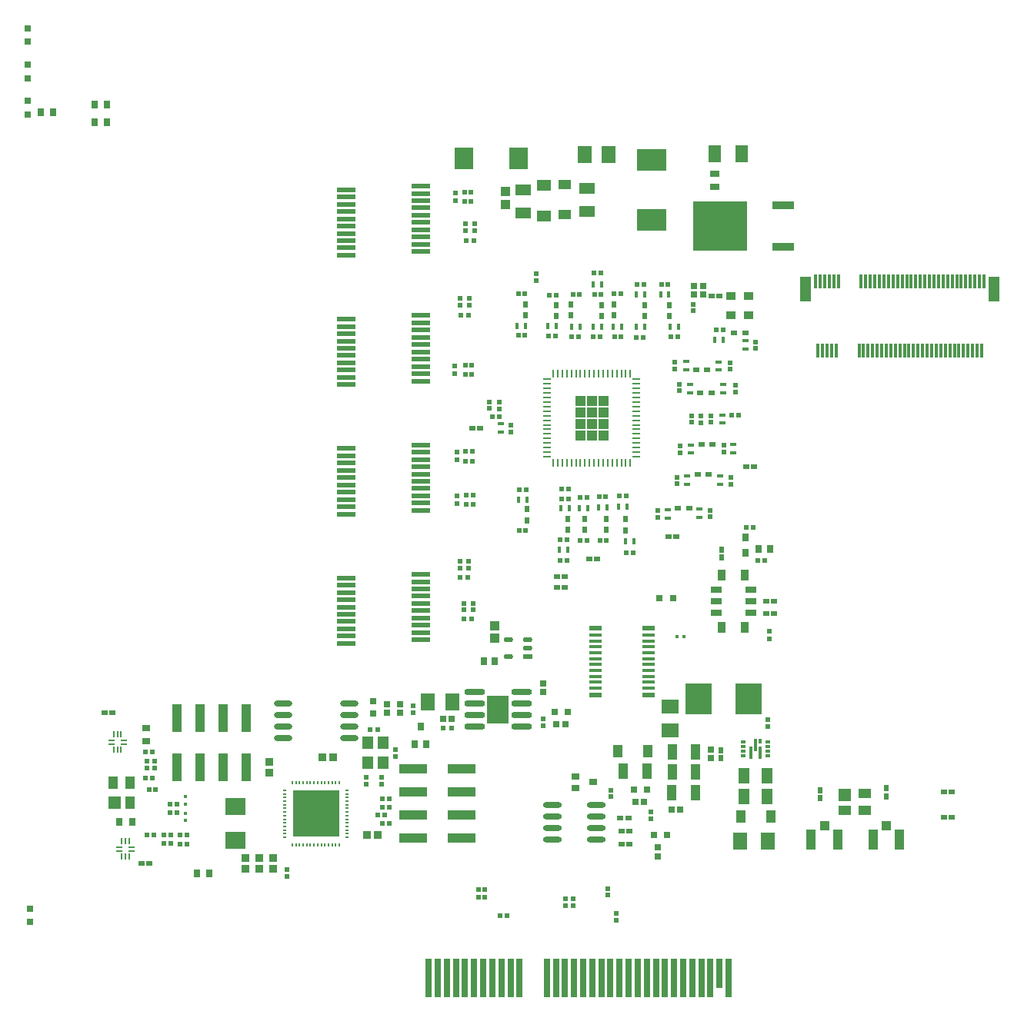
<source format=gbr>
G04*
G04 #@! TF.GenerationSoftware,Altium Limited,Altium Designer,23.7.1 (13)*
G04*
G04 Layer_Color=8421504*
%FSLAX25Y25*%
%MOIN*%
G70*
G04*
G04 #@! TF.SameCoordinates,E44608C4-6370-4D0E-AFC6-BBC59DA78F3B*
G04*
G04*
G04 #@! TF.FilePolarity,Positive*
G04*
G01*
G75*
%ADD18R,0.02254X0.02423*%
%ADD19R,0.01772X0.01772*%
%ADD20R,0.02559X0.02362*%
%ADD21R,0.09488X0.12205*%
%ADD22O,0.09055X0.02756*%
%ADD23R,0.01968X0.02165*%
%ADD24R,0.03150X0.03740*%
%ADD25R,0.02165X0.01968*%
%ADD26R,0.01772X0.01772*%
%ADD27R,0.02362X0.02165*%
%ADD28R,0.02165X0.02362*%
%ADD29O,0.07874X0.02756*%
%ADD30R,0.20472X0.20472*%
%ADD31O,0.00787X0.01968*%
%ADD32O,0.01968X0.00787*%
%ADD33R,0.09000X0.07301*%
%ADD34R,0.01181X0.06102*%
%ADD35R,0.04724X0.10827*%
%ADD36R,0.07874X0.01968*%
%ADD37R,0.02288X0.02016*%
%ADD38R,0.02016X0.02288*%
%ADD39R,0.03937X0.04134*%
%ADD40R,0.04134X0.08661*%
%ADD41R,0.05512X0.05512*%
%ADD42R,0.05512X0.03937*%
%ADD43R,0.02362X0.02559*%
%ADD44O,0.08071X0.02362*%
%ADD45R,0.03200X0.01000*%
%ADD46R,0.01000X0.03200*%
%ADD47R,0.06299X0.04921*%
%ADD48R,0.02657X0.02362*%
%ADD49R,0.02657X0.01772*%
%ADD50R,0.03543X0.02756*%
%ADD51R,0.04349X0.06717*%
%ADD52R,0.02816X0.02648*%
%ADD53R,0.02756X0.02756*%
%ADD54R,0.05315X0.02362*%
%ADD55R,0.05315X0.01575*%
%ADD56R,0.23300X0.21700*%
%ADD57R,0.09800X0.03700*%
%ADD58R,0.07835X0.09173*%
%ADD59R,0.05315X0.04331*%
%ADD60R,0.06717X0.04546*%
%ADD61R,0.12992X0.09449*%
%ADD62R,0.05709X0.07480*%
%ADD63R,0.05906X0.07284*%
%ADD64R,0.03937X0.02835*%
%ADD65R,0.04331X0.04134*%
%ADD66R,0.03563X0.03568*%
%ADD67R,0.03937X0.12205*%
%ADD68R,0.05512X0.05512*%
%ADD69R,0.03937X0.05512*%
%ADD70R,0.02756X0.02559*%
%ADD71R,0.02165X0.02165*%
%ADD72R,0.11811X0.13780*%
%ADD73R,0.02559X0.02756*%
%ADD74R,0.04921X0.02559*%
%ADD75R,0.03347X0.04921*%
%ADD76R,0.02648X0.02816*%
%ADD77R,0.02648X0.02911*%
%ADD78R,0.02756X0.02756*%
%ADD79R,0.03150X0.03150*%
%ADD80R,0.07284X0.05906*%
%ADD81R,0.04331X0.05315*%
%ADD82R,0.02911X0.02648*%
%ADD83R,0.05924X0.07505*%
%ADD84R,0.04546X0.06717*%
%ADD85R,0.02648X0.02631*%
%ADD86R,0.01378X0.02362*%
%ADD87R,0.01378X0.05512*%
%ADD88R,0.02362X0.01378*%
%ADD89R,0.02362X0.02657*%
%ADD90R,0.01772X0.02657*%
%ADD91R,0.03937X0.03543*%
%ADD92R,0.02756X0.03740*%
%ADD93R,0.02123X0.01860*%
%ADD94R,0.02985X0.03197*%
%ADD95R,0.03568X0.03563*%
%ADD96R,0.03543X0.02756*%
%ADD97R,0.02756X0.03543*%
%ADD98R,0.04724X0.05512*%
%ADD99R,0.02047X0.02047*%
%ADD100R,0.02047X0.02047*%
%ADD101R,0.12205X0.03937*%
G04:AMPARAMS|DCode=102|XSize=40.88mil|YSize=20.95mil|CornerRadius=10.48mil|HoleSize=0mil|Usage=FLASHONLY|Rotation=180.000|XOffset=0mil|YOffset=0mil|HoleType=Round|Shape=RoundedRectangle|*
%AMROUNDEDRECTD102*
21,1,0.04088,0.00000,0,0,180.0*
21,1,0.01993,0.02095,0,0,180.0*
1,1,0.02095,-0.00996,0.00000*
1,1,0.02095,0.00996,0.00000*
1,1,0.02095,0.00996,0.00000*
1,1,0.02095,-0.00996,0.00000*
%
%ADD102ROUNDEDRECTD102*%
%ADD103R,0.04088X0.02095*%
%ADD104R,0.02953X0.03347*%
%ADD105R,0.03150X0.03150*%
%ADD106R,0.00800X0.02800*%
%ADD107R,0.02800X0.00800*%
%ADD108R,0.02756X0.03543*%
%ADD109R,0.02800X0.16500*%
%ADD110R,0.02800X0.12600*%
G36*
X227939Y-163388D02*
X223726D01*
Y-159175D01*
X227939D01*
Y-163388D01*
D02*
G37*
G36*
X222939D02*
X218726D01*
Y-159175D01*
X222939D01*
Y-163388D01*
D02*
G37*
G36*
X217939D02*
X213726D01*
Y-159175D01*
X217939D01*
Y-163388D01*
D02*
G37*
G36*
X227939Y-168388D02*
X223726D01*
Y-164175D01*
X227939D01*
Y-168388D01*
D02*
G37*
G36*
X222939D02*
X218726D01*
Y-164175D01*
X222939D01*
Y-168388D01*
D02*
G37*
G36*
X217939D02*
X213726D01*
Y-164175D01*
X217939D01*
Y-168388D01*
D02*
G37*
G36*
X227939Y-153388D02*
X223726D01*
Y-149175D01*
X227939D01*
Y-153388D01*
D02*
G37*
G36*
X222939D02*
X218726D01*
Y-149175D01*
X222939D01*
Y-153388D01*
D02*
G37*
G36*
X217939D02*
X213726D01*
Y-149175D01*
X217939D01*
Y-153388D01*
D02*
G37*
G36*
X227939Y-158388D02*
X223726D01*
Y-154175D01*
X227939D01*
Y-158388D01*
D02*
G37*
G36*
X222939D02*
X218726D01*
Y-154175D01*
X222939D01*
Y-158388D01*
D02*
G37*
G36*
X217939D02*
X213726D01*
Y-154175D01*
X217939D01*
Y-158388D01*
D02*
G37*
D18*
X297888Y-251092D02*
D03*
Y-254466D02*
D03*
D19*
X260888Y-253429D02*
D03*
X257739D02*
D03*
D20*
X172455Y-163207D02*
D03*
X169108D02*
D03*
X376754Y-331969D02*
D03*
X373408D02*
D03*
X236606Y-332372D02*
D03*
X233260D02*
D03*
X376754Y-321044D02*
D03*
X373408D02*
D03*
X291224Y-179862D02*
D03*
X287878D02*
D03*
X257582Y-210271D02*
D03*
X254236D02*
D03*
X276175Y-105891D02*
D03*
X272829D02*
D03*
X296311Y-243463D02*
D03*
X299657D02*
D03*
X296311Y-238203D02*
D03*
X299657D02*
D03*
X219848Y-219759D02*
D03*
X223194D02*
D03*
X205792Y-232052D02*
D03*
X209138D02*
D03*
X205861Y-227559D02*
D03*
X209207D02*
D03*
X237068Y-337991D02*
D03*
X233722D02*
D03*
X237068Y-343682D02*
D03*
X233722D02*
D03*
X9664Y-286491D02*
D03*
X13011D02*
D03*
X29175Y-351936D02*
D03*
X25828D02*
D03*
D21*
X180261Y-285132D02*
D03*
D22*
X190301Y-292632D02*
D03*
Y-287632D02*
D03*
Y-282632D02*
D03*
Y-277632D02*
D03*
X170222Y-292632D02*
D03*
Y-287632D02*
D03*
Y-282632D02*
D03*
Y-277632D02*
D03*
D23*
X88771Y-354516D02*
D03*
Y-357468D02*
D03*
X31594Y-307593D02*
D03*
Y-310545D02*
D03*
X27993D02*
D03*
Y-307593D02*
D03*
X129650Y-314433D02*
D03*
Y-317386D02*
D03*
X227627Y-362732D02*
D03*
Y-365684D02*
D03*
X231458Y-373448D02*
D03*
Y-376401D02*
D03*
X196870Y-96216D02*
D03*
Y-99169D02*
D03*
X212734Y-370070D02*
D03*
Y-367117D02*
D03*
X209336Y-370070D02*
D03*
Y-367117D02*
D03*
X123073Y-314433D02*
D03*
Y-317386D02*
D03*
D24*
X49630Y-356166D02*
D03*
X54945D02*
D03*
X10630Y-22835D02*
D03*
X5315D02*
D03*
X10630Y-30709D02*
D03*
X5315D02*
D03*
X-12697Y-26181D02*
D03*
X-18012D02*
D03*
D25*
X41080Y-329984D02*
D03*
X38127D02*
D03*
X41170Y-326319D02*
D03*
X38217D02*
D03*
X31930Y-319748D02*
D03*
X28978D02*
D03*
X133144Y-334584D02*
D03*
X130192D02*
D03*
X133144Y-323876D02*
D03*
X130192D02*
D03*
X133144Y-327473D02*
D03*
X130192D02*
D03*
X131126Y-330887D02*
D03*
X128173D02*
D03*
X184215Y-374572D02*
D03*
X181262D02*
D03*
X27501Y-314862D02*
D03*
X30454D02*
D03*
X45464Y-339543D02*
D03*
X42511D02*
D03*
X45464Y-343401D02*
D03*
X42511D02*
D03*
X38521Y-339449D02*
D03*
X35568D02*
D03*
X38521Y-343346D02*
D03*
X35568D02*
D03*
X171616Y-363224D02*
D03*
X174569D02*
D03*
X177657Y-158117D02*
D03*
X180610D02*
D03*
X284457Y-157573D02*
D03*
X281504D02*
D03*
X174569Y-366670D02*
D03*
X171616D02*
D03*
X30512Y-303714D02*
D03*
X27559D02*
D03*
X30986Y-339630D02*
D03*
X28033D02*
D03*
D26*
X44615Y-322937D02*
D03*
Y-326087D02*
D03*
Y-333339D02*
D03*
Y-330190D02*
D03*
D27*
X167410Y-114108D02*
D03*
X164064D02*
D03*
X167203Y-227757D02*
D03*
X163856D02*
D03*
X168781Y-245920D02*
D03*
X165434D02*
D03*
X166295Y-82039D02*
D03*
X169642D02*
D03*
D28*
X161909Y-64547D02*
D03*
Y-61201D02*
D03*
X162480Y-176870D02*
D03*
Y-173524D02*
D03*
Y-195768D02*
D03*
Y-192421D02*
D03*
X161398Y-139555D02*
D03*
Y-136208D02*
D03*
D29*
X87161Y-282707D02*
D03*
Y-287707D02*
D03*
Y-292707D02*
D03*
Y-297707D02*
D03*
X115704Y-282707D02*
D03*
Y-287707D02*
D03*
Y-292707D02*
D03*
Y-297707D02*
D03*
D30*
X101270Y-330378D02*
D03*
D31*
X91034Y-343862D02*
D03*
X92609D02*
D03*
X94184D02*
D03*
X95759D02*
D03*
X97334D02*
D03*
X98908D02*
D03*
X100483D02*
D03*
X102058D02*
D03*
X103633D02*
D03*
X105208D02*
D03*
X106782D02*
D03*
X108357D02*
D03*
X109932D02*
D03*
X111507D02*
D03*
Y-316894D02*
D03*
X109932D02*
D03*
X108357D02*
D03*
X106782D02*
D03*
X105208D02*
D03*
X103633D02*
D03*
X102058D02*
D03*
X100483D02*
D03*
X98908D02*
D03*
X97334D02*
D03*
X95759D02*
D03*
X94184D02*
D03*
X92609D02*
D03*
X91034D02*
D03*
D32*
X114755Y-340614D02*
D03*
Y-339039D02*
D03*
Y-337465D02*
D03*
Y-335890D02*
D03*
Y-334315D02*
D03*
Y-332740D02*
D03*
Y-331165D02*
D03*
Y-329591D02*
D03*
Y-328016D02*
D03*
Y-326441D02*
D03*
Y-324866D02*
D03*
Y-323291D02*
D03*
Y-321717D02*
D03*
Y-320142D02*
D03*
X87786D02*
D03*
Y-321717D02*
D03*
Y-323291D02*
D03*
Y-324866D02*
D03*
Y-326441D02*
D03*
Y-328016D02*
D03*
Y-329591D02*
D03*
Y-331165D02*
D03*
Y-332740D02*
D03*
Y-334315D02*
D03*
Y-335890D02*
D03*
Y-337465D02*
D03*
Y-339039D02*
D03*
Y-340614D02*
D03*
D33*
X66332Y-327144D02*
D03*
Y-342043D02*
D03*
D34*
X317914Y-99712D02*
D03*
X319882D02*
D03*
X321850D02*
D03*
X323819D02*
D03*
X325787D02*
D03*
X327756D02*
D03*
X318898Y-129436D02*
D03*
X320866D02*
D03*
X322835D02*
D03*
X324803D02*
D03*
X326772D02*
D03*
X337598Y-99712D02*
D03*
X338583Y-129436D02*
D03*
X339567Y-99712D02*
D03*
X340551Y-129436D02*
D03*
X341535Y-99712D02*
D03*
X342520Y-129436D02*
D03*
X343504Y-99712D02*
D03*
X344488Y-129436D02*
D03*
X345473Y-99712D02*
D03*
X346457Y-129436D02*
D03*
X347441Y-99712D02*
D03*
X348425Y-129436D02*
D03*
X349410Y-99712D02*
D03*
X350394Y-129436D02*
D03*
X351378Y-99712D02*
D03*
X352362Y-129436D02*
D03*
X353346Y-99712D02*
D03*
X354331Y-129436D02*
D03*
X355315Y-99712D02*
D03*
X356299Y-129436D02*
D03*
X357283Y-99712D02*
D03*
X358268Y-129436D02*
D03*
X359252Y-99712D02*
D03*
X360236Y-129436D02*
D03*
X361221Y-99712D02*
D03*
X362205Y-129436D02*
D03*
X363189Y-99712D02*
D03*
X364173Y-129436D02*
D03*
X365158Y-99712D02*
D03*
X366142Y-129436D02*
D03*
X367126Y-99712D02*
D03*
X368110Y-129436D02*
D03*
X369094Y-99712D02*
D03*
X370079Y-129436D02*
D03*
X371063Y-99712D02*
D03*
X372047Y-129436D02*
D03*
X373031Y-99712D02*
D03*
X374016Y-129436D02*
D03*
X375000Y-99712D02*
D03*
X375984Y-129436D02*
D03*
X376969Y-99712D02*
D03*
X377953Y-129436D02*
D03*
X378937Y-99712D02*
D03*
X379921Y-129436D02*
D03*
X380906Y-99712D02*
D03*
X381890Y-129436D02*
D03*
X382874Y-99712D02*
D03*
X383858Y-129436D02*
D03*
X384842Y-99712D02*
D03*
X385827Y-129436D02*
D03*
X386811Y-99712D02*
D03*
X387795Y-129436D02*
D03*
X388779Y-99712D02*
D03*
X389764Y-129436D02*
D03*
X390748Y-99712D02*
D03*
X336614Y-129436D02*
D03*
D35*
X313583Y-102763D02*
D03*
X395079D02*
D03*
D36*
X114567Y-59842D02*
D03*
Y-62992D02*
D03*
Y-66142D02*
D03*
Y-69291D02*
D03*
Y-72441D02*
D03*
Y-75590D02*
D03*
Y-78740D02*
D03*
Y-81890D02*
D03*
Y-85039D02*
D03*
Y-88189D02*
D03*
X146850Y-86614D02*
D03*
Y-83465D02*
D03*
Y-80315D02*
D03*
Y-77165D02*
D03*
Y-74016D02*
D03*
Y-70866D02*
D03*
Y-67716D02*
D03*
Y-64567D02*
D03*
Y-61417D02*
D03*
Y-58268D02*
D03*
X114567Y-115945D02*
D03*
Y-119095D02*
D03*
Y-122244D02*
D03*
Y-125394D02*
D03*
Y-128543D02*
D03*
Y-131693D02*
D03*
Y-134843D02*
D03*
Y-137992D02*
D03*
Y-141142D02*
D03*
Y-144291D02*
D03*
X146850Y-142717D02*
D03*
Y-139567D02*
D03*
Y-136417D02*
D03*
Y-133268D02*
D03*
Y-130118D02*
D03*
Y-126969D02*
D03*
Y-123819D02*
D03*
Y-120669D02*
D03*
Y-117520D02*
D03*
Y-114370D02*
D03*
X114567Y-172047D02*
D03*
Y-175197D02*
D03*
Y-178347D02*
D03*
Y-181496D02*
D03*
Y-184646D02*
D03*
Y-187795D02*
D03*
Y-190945D02*
D03*
Y-194095D02*
D03*
Y-197244D02*
D03*
Y-200394D02*
D03*
X146850Y-198819D02*
D03*
Y-195669D02*
D03*
Y-192520D02*
D03*
Y-189370D02*
D03*
Y-186221D02*
D03*
Y-183071D02*
D03*
Y-179921D02*
D03*
Y-176772D02*
D03*
Y-173622D02*
D03*
Y-170472D02*
D03*
X114567Y-228150D02*
D03*
Y-231299D02*
D03*
Y-234449D02*
D03*
Y-237598D02*
D03*
Y-240748D02*
D03*
Y-243898D02*
D03*
Y-247047D02*
D03*
Y-250197D02*
D03*
Y-253346D02*
D03*
Y-256496D02*
D03*
X146850Y-254921D02*
D03*
Y-251772D02*
D03*
Y-248622D02*
D03*
Y-245472D02*
D03*
Y-242323D02*
D03*
Y-239173D02*
D03*
Y-236024D02*
D03*
Y-232874D02*
D03*
Y-229724D02*
D03*
Y-226575D02*
D03*
D37*
X169066Y-173346D02*
D03*
X166188D02*
D03*
X169039Y-177448D02*
D03*
X166160D02*
D03*
X169334Y-192230D02*
D03*
X166456D02*
D03*
X169334Y-196198D02*
D03*
X166456D02*
D03*
X168579Y-60827D02*
D03*
X165700D02*
D03*
X168579Y-64990D02*
D03*
X165700D02*
D03*
X168815Y-135820D02*
D03*
X165937D02*
D03*
X168872Y-139829D02*
D03*
X165994D02*
D03*
X221600Y-123633D02*
D03*
X224478D02*
D03*
X207786Y-189627D02*
D03*
X210664D02*
D03*
X207808Y-193805D02*
D03*
X210686D02*
D03*
X221949Y-105230D02*
D03*
X224827D02*
D03*
X221847Y-95954D02*
D03*
X224725D02*
D03*
X207080Y-220409D02*
D03*
X209959D02*
D03*
X207080Y-211528D02*
D03*
X209959D02*
D03*
X215872Y-193098D02*
D03*
X218750D02*
D03*
X215922Y-211922D02*
D03*
X218801D02*
D03*
X215129Y-123515D02*
D03*
X212251D02*
D03*
X215529Y-105077D02*
D03*
X212651D02*
D03*
X233509Y-123633D02*
D03*
X230630D02*
D03*
X233360Y-105034D02*
D03*
X230482D02*
D03*
X240442Y-100848D02*
D03*
X243320D02*
D03*
X240147Y-123913D02*
D03*
X243025D02*
D03*
X224056Y-192793D02*
D03*
X226934D02*
D03*
X224294Y-211966D02*
D03*
X227173D02*
D03*
X189556Y-189789D02*
D03*
X192434D02*
D03*
X189336Y-207562D02*
D03*
X192214D02*
D03*
X238743Y-217095D02*
D03*
X235865D02*
D03*
X232888Y-192604D02*
D03*
X235766D02*
D03*
X250981Y-100729D02*
D03*
X253859D02*
D03*
X258064Y-123430D02*
D03*
X255186D02*
D03*
X202104Y-123317D02*
D03*
X204982D02*
D03*
X202479Y-105642D02*
D03*
X205357D02*
D03*
X188976Y-123019D02*
D03*
X191855D02*
D03*
X188976Y-104819D02*
D03*
X191855D02*
D03*
X274772Y-120533D02*
D03*
X277651D02*
D03*
D38*
X163814Y-220903D02*
D03*
Y-223782D02*
D03*
X167464Y-220903D02*
D03*
Y-223782D02*
D03*
X165434Y-239067D02*
D03*
Y-241945D02*
D03*
X169332Y-239067D02*
D03*
Y-241945D02*
D03*
X165939Y-74506D02*
D03*
Y-77384D02*
D03*
X170018Y-74532D02*
D03*
Y-77410D02*
D03*
X163712Y-107025D02*
D03*
Y-109904D02*
D03*
X167823Y-106997D02*
D03*
Y-109875D02*
D03*
X291650Y-125732D02*
D03*
Y-128610D02*
D03*
X246542Y-329537D02*
D03*
Y-332415D02*
D03*
X297197Y-292494D02*
D03*
Y-289616D02*
D03*
X143282Y-286401D02*
D03*
Y-283523D02*
D03*
X199668Y-292187D02*
D03*
Y-289309D02*
D03*
X277963Y-173538D02*
D03*
Y-170660D02*
D03*
X259129Y-173872D02*
D03*
Y-170994D02*
D03*
X185630Y-164727D02*
D03*
Y-161848D02*
D03*
X180630Y-151929D02*
D03*
Y-154807D02*
D03*
X176491Y-151789D02*
D03*
Y-154667D02*
D03*
X281209Y-187523D02*
D03*
Y-184645D02*
D03*
X257867Y-187276D02*
D03*
Y-184397D02*
D03*
X264103Y-160704D02*
D03*
Y-157826D02*
D03*
X268228Y-160761D02*
D03*
Y-157883D02*
D03*
X272376Y-160661D02*
D03*
Y-157783D02*
D03*
X272113Y-201599D02*
D03*
Y-198721D02*
D03*
X249473Y-201851D02*
D03*
Y-198973D02*
D03*
X280686Y-134778D02*
D03*
Y-137656D02*
D03*
X264789Y-112298D02*
D03*
Y-109420D02*
D03*
X256818Y-134710D02*
D03*
Y-137588D02*
D03*
X282996Y-144646D02*
D03*
Y-147524D02*
D03*
X258642Y-144110D02*
D03*
Y-146988D02*
D03*
X229202Y-320115D02*
D03*
Y-322993D02*
D03*
D39*
X348425Y-335492D02*
D03*
X321654D02*
D03*
D40*
X342618Y-341496D02*
D03*
X354232D02*
D03*
X315846D02*
D03*
X327461D02*
D03*
D41*
X330296Y-322323D02*
D03*
D42*
Y-329016D02*
D03*
X338957D02*
D03*
Y-321536D02*
D03*
D43*
X348295Y-319371D02*
D03*
Y-322717D02*
D03*
X276689Y-302959D02*
D03*
Y-306305D02*
D03*
X277236Y-215806D02*
D03*
Y-219152D02*
D03*
X319685Y-320275D02*
D03*
Y-323621D02*
D03*
D44*
X203626Y-326537D02*
D03*
Y-331537D02*
D03*
Y-336537D02*
D03*
Y-341537D02*
D03*
X222720Y-326537D02*
D03*
Y-331537D02*
D03*
Y-336537D02*
D03*
Y-341537D02*
D03*
D45*
X201532Y-142045D02*
D03*
Y-144014D02*
D03*
Y-145983D02*
D03*
Y-147952D02*
D03*
Y-149921D02*
D03*
Y-151890D02*
D03*
Y-153859D02*
D03*
Y-155828D02*
D03*
Y-157797D02*
D03*
Y-159766D02*
D03*
Y-161735D02*
D03*
Y-163704D02*
D03*
Y-165673D02*
D03*
Y-167642D02*
D03*
Y-169611D02*
D03*
Y-171580D02*
D03*
Y-173549D02*
D03*
Y-175518D02*
D03*
X240132D02*
D03*
Y-173549D02*
D03*
Y-171580D02*
D03*
Y-169611D02*
D03*
Y-167642D02*
D03*
Y-165673D02*
D03*
Y-163704D02*
D03*
Y-161735D02*
D03*
Y-159766D02*
D03*
Y-157797D02*
D03*
Y-155828D02*
D03*
Y-153859D02*
D03*
Y-151890D02*
D03*
Y-149921D02*
D03*
Y-147952D02*
D03*
Y-145983D02*
D03*
Y-144014D02*
D03*
Y-142045D02*
D03*
D46*
X204096Y-178081D02*
D03*
X206065D02*
D03*
X208034D02*
D03*
X210003D02*
D03*
X211972D02*
D03*
X213941D02*
D03*
X215910D02*
D03*
X217879D02*
D03*
X219848D02*
D03*
X221817D02*
D03*
X223786D02*
D03*
X225755D02*
D03*
X227724D02*
D03*
X229693D02*
D03*
X231662D02*
D03*
X233631D02*
D03*
X235600D02*
D03*
X237569D02*
D03*
Y-139481D02*
D03*
X235600D02*
D03*
X233631D02*
D03*
X231662D02*
D03*
X229693D02*
D03*
X227724D02*
D03*
X225755D02*
D03*
X223786D02*
D03*
X221817D02*
D03*
X219848D02*
D03*
X217879D02*
D03*
X215910D02*
D03*
X213941D02*
D03*
X211972D02*
D03*
X210003D02*
D03*
X208034D02*
D03*
X206065D02*
D03*
X204096D02*
D03*
D47*
X200215Y-57776D02*
D03*
Y-71161D02*
D03*
D48*
X282569Y-121906D02*
D03*
X287293D02*
D03*
X273114Y-170336D02*
D03*
X268389D02*
D03*
X271378Y-183169D02*
D03*
X266653D02*
D03*
X262984Y-197809D02*
D03*
X258260D02*
D03*
X270760Y-137807D02*
D03*
X266035D02*
D03*
X272652Y-147848D02*
D03*
X267928D02*
D03*
D49*
X287363Y-125350D02*
D03*
Y-128992D02*
D03*
X282241Y-173920D02*
D03*
Y-170278D02*
D03*
X263763Y-174049D02*
D03*
Y-170407D02*
D03*
X181374Y-165025D02*
D03*
Y-161383D02*
D03*
X276337Y-187657D02*
D03*
Y-184016D02*
D03*
X262126Y-187657D02*
D03*
Y-184016D02*
D03*
X277321Y-161043D02*
D03*
Y-157401D02*
D03*
X267288Y-201810D02*
D03*
Y-198168D02*
D03*
X253859Y-202063D02*
D03*
Y-198421D02*
D03*
X275915Y-134396D02*
D03*
Y-138038D02*
D03*
X261609Y-134328D02*
D03*
Y-137970D02*
D03*
X277926Y-144264D02*
D03*
Y-147906D02*
D03*
X263594Y-144306D02*
D03*
Y-147948D02*
D03*
D50*
X27907Y-298789D02*
D03*
Y-293277D02*
D03*
D51*
X255520Y-321339D02*
D03*
X265762D02*
D03*
X255636Y-312352D02*
D03*
X265879D02*
D03*
X255636Y-303536D02*
D03*
X265879D02*
D03*
X234568Y-311921D02*
D03*
X244811D02*
D03*
D52*
X243422Y-325117D02*
D03*
X239654D02*
D03*
X209337Y-291504D02*
D03*
X205569D02*
D03*
D53*
X244770Y-319914D02*
D03*
X239258D02*
D03*
X210373Y-286052D02*
D03*
X204861D02*
D03*
D54*
X245573Y-249878D02*
D03*
Y-278815D02*
D03*
X222542D02*
D03*
Y-249878D02*
D03*
D55*
X245573Y-252830D02*
D03*
Y-255390D02*
D03*
Y-257949D02*
D03*
Y-260508D02*
D03*
Y-263067D02*
D03*
Y-265626D02*
D03*
Y-268185D02*
D03*
Y-270744D02*
D03*
Y-273303D02*
D03*
Y-275862D02*
D03*
X222542D02*
D03*
Y-273303D02*
D03*
Y-270744D02*
D03*
Y-268185D02*
D03*
Y-265626D02*
D03*
Y-263067D02*
D03*
Y-260508D02*
D03*
Y-257949D02*
D03*
Y-255390D02*
D03*
Y-252830D02*
D03*
D56*
X276515Y-75394D02*
D03*
D57*
X303765Y-66394D02*
D03*
Y-84394D02*
D03*
D58*
X189016Y-46063D02*
D03*
X165315D02*
D03*
D59*
X209174Y-70571D02*
D03*
Y-57579D02*
D03*
D60*
X190945Y-69865D02*
D03*
Y-59820D02*
D03*
X218864Y-69098D02*
D03*
Y-59052D02*
D03*
D61*
X246870Y-72933D02*
D03*
Y-46949D02*
D03*
D62*
X285827Y-44094D02*
D03*
X274213D02*
D03*
D63*
X228244Y-44711D02*
D03*
X217811D02*
D03*
X160335Y-282047D02*
D03*
X149902D02*
D03*
D64*
X274016Y-53028D02*
D03*
Y-58461D02*
D03*
D65*
X183465Y-60630D02*
D03*
Y-66142D02*
D03*
X178740Y-254232D02*
D03*
Y-248720D02*
D03*
D66*
X128261Y-339630D02*
D03*
X123532D02*
D03*
X104192Y-306003D02*
D03*
X108921D02*
D03*
D67*
X41161Y-310206D02*
D03*
X51161D02*
D03*
X41161Y-288946D02*
D03*
X51161D02*
D03*
X61161Y-310206D02*
D03*
Y-288946D02*
D03*
X71161Y-310206D02*
D03*
Y-288946D02*
D03*
D68*
X14173Y-325442D02*
D03*
D69*
X20866D02*
D03*
Y-316781D02*
D03*
X13386D02*
D03*
D70*
X160197Y-289173D02*
D03*
X156457D02*
D03*
D71*
X156583Y-293289D02*
D03*
X160127D02*
D03*
D72*
X267079Y-280425D02*
D03*
X288733D02*
D03*
D73*
X272506Y-306201D02*
D03*
Y-302460D02*
D03*
X268990Y-105323D02*
D03*
Y-101583D02*
D03*
X265053D02*
D03*
Y-105323D02*
D03*
D74*
X274854Y-233202D02*
D03*
Y-238202D02*
D03*
Y-243202D02*
D03*
X289618Y-233202D02*
D03*
Y-238202D02*
D03*
Y-243202D02*
D03*
D75*
X277236Y-249521D02*
D03*
X287236D02*
D03*
X277236Y-226884D02*
D03*
X287236D02*
D03*
D76*
X137648Y-286551D02*
D03*
Y-282783D02*
D03*
D77*
X132062Y-286609D02*
D03*
Y-282935D02*
D03*
X199668Y-273852D02*
D03*
Y-277525D02*
D03*
D78*
X126053Y-287019D02*
D03*
Y-281508D02*
D03*
D79*
X250115Y-236923D02*
D03*
X256021D02*
D03*
X253596Y-339566D02*
D03*
X247690D02*
D03*
D80*
X254678Y-283870D02*
D03*
Y-294303D02*
D03*
D81*
X232247Y-303243D02*
D03*
X245239D02*
D03*
X285325Y-331606D02*
D03*
X298317D02*
D03*
D82*
X259111Y-328398D02*
D03*
X255437D02*
D03*
D83*
X285267Y-342236D02*
D03*
X297084D02*
D03*
D84*
X286842Y-313890D02*
D03*
X296887D02*
D03*
X286798Y-322945D02*
D03*
X296844D02*
D03*
D85*
X249341Y-345016D02*
D03*
Y-348970D02*
D03*
D86*
X293833Y-298913D02*
D03*
D87*
X291865Y-300488D02*
D03*
X293833Y-304031D02*
D03*
X289896D02*
D03*
D88*
X286549Y-305212D02*
D03*
Y-303243D02*
D03*
Y-301275D02*
D03*
Y-299306D02*
D03*
X297180D02*
D03*
Y-301275D02*
D03*
Y-303243D02*
D03*
Y-305212D02*
D03*
D89*
X225145Y-109720D02*
D03*
Y-114445D02*
D03*
X210503Y-207171D02*
D03*
Y-202446D02*
D03*
X217798Y-207351D02*
D03*
Y-202627D02*
D03*
X211800Y-109417D02*
D03*
Y-114142D02*
D03*
X230495Y-109630D02*
D03*
Y-114354D02*
D03*
X243881Y-109720D02*
D03*
Y-114445D02*
D03*
X227173Y-207259D02*
D03*
Y-202535D02*
D03*
X192775Y-203088D02*
D03*
Y-198364D02*
D03*
X235410Y-207405D02*
D03*
Y-202681D02*
D03*
X254433Y-109919D02*
D03*
Y-114643D02*
D03*
X205321Y-109935D02*
D03*
Y-114660D02*
D03*
X192126Y-109417D02*
D03*
Y-114142D02*
D03*
D90*
X221356Y-119052D02*
D03*
X224997D02*
D03*
X207317Y-197945D02*
D03*
X210959D02*
D03*
X221465Y-101019D02*
D03*
X225107D02*
D03*
X206848Y-215857D02*
D03*
X210490D02*
D03*
X215362Y-197944D02*
D03*
X219004D02*
D03*
X215632Y-119052D02*
D03*
X211990D02*
D03*
X233891Y-119095D02*
D03*
X230249D02*
D03*
X240061Y-105230D02*
D03*
X243702D02*
D03*
X240061Y-119095D02*
D03*
X243702D02*
D03*
X223700Y-197527D02*
D03*
X227342D02*
D03*
X189124Y-194219D02*
D03*
X192766D02*
D03*
X239125Y-212240D02*
D03*
X235483D02*
D03*
X232383Y-197207D02*
D03*
X236024D02*
D03*
X250623Y-105281D02*
D03*
X254265D02*
D03*
X258366Y-119190D02*
D03*
X254724D02*
D03*
X201775Y-119008D02*
D03*
X205417D02*
D03*
X188595Y-118808D02*
D03*
X192236D02*
D03*
X274217Y-124868D02*
D03*
X277859D02*
D03*
D91*
X281191Y-114159D02*
D03*
Y-105891D02*
D03*
X288671D02*
D03*
Y-114159D02*
D03*
D92*
X287354Y-210688D02*
D03*
Y-217184D02*
D03*
D93*
X287879Y-206062D02*
D03*
X290766D02*
D03*
X292817Y-220391D02*
D03*
X295703D02*
D03*
D94*
X298195Y-215675D02*
D03*
X293258D02*
D03*
D95*
X82798Y-354309D02*
D03*
Y-349580D02*
D03*
X76884Y-354309D02*
D03*
Y-349580D02*
D03*
X81014Y-307958D02*
D03*
Y-312686D02*
D03*
X70832Y-354309D02*
D03*
Y-349580D02*
D03*
D96*
X213813Y-314124D02*
D03*
Y-319242D02*
D03*
X221293Y-316683D02*
D03*
D97*
X144047Y-300098D02*
D03*
X149166D02*
D03*
X146606Y-292618D02*
D03*
D98*
X130437Y-299622D02*
D03*
Y-308283D02*
D03*
X123744D02*
D03*
Y-299622D02*
D03*
D99*
X135684Y-305571D02*
D03*
Y-302422D02*
D03*
D100*
X124904Y-293972D02*
D03*
X128054D02*
D03*
D101*
X164542Y-341047D02*
D03*
Y-331047D02*
D03*
X143282Y-341047D02*
D03*
Y-331047D02*
D03*
X164542Y-321047D02*
D03*
X143282D02*
D03*
X164542Y-311047D02*
D03*
X143282D02*
D03*
D102*
X184605Y-262263D02*
D03*
Y-254783D02*
D03*
X193001D02*
D03*
Y-258523D02*
D03*
D103*
Y-262263D02*
D03*
D104*
X178703Y-264275D02*
D03*
X174175D02*
D03*
D105*
X-23425Y10236D02*
D03*
Y4331D02*
D03*
Y-5512D02*
D03*
Y-11417D02*
D03*
X-22467Y-371446D02*
D03*
Y-377352D02*
D03*
X-23425Y-21260D02*
D03*
Y-27165D02*
D03*
D106*
X16929Y-302714D02*
D03*
X15354D02*
D03*
X13780D02*
D03*
Y-295814D02*
D03*
X15354D02*
D03*
X16929D02*
D03*
X20279Y-349050D02*
D03*
X18704D02*
D03*
X17130D02*
D03*
Y-342150D02*
D03*
X18704D02*
D03*
X20279D02*
D03*
D107*
X12704Y-300051D02*
D03*
Y-298476D02*
D03*
X18004D02*
D03*
Y-300051D02*
D03*
X16054Y-346387D02*
D03*
Y-344813D02*
D03*
X21354D02*
D03*
Y-346387D02*
D03*
D108*
X16142Y-334037D02*
D03*
X21653D02*
D03*
D109*
X224984Y-401427D02*
D03*
X217110D02*
D03*
X205299D02*
D03*
X252543D02*
D03*
X161992D02*
D03*
X173803D02*
D03*
X236795D02*
D03*
X240732D02*
D03*
X256480D02*
D03*
X268291D02*
D03*
X189551D02*
D03*
X169866D02*
D03*
X165929D02*
D03*
X272228D02*
D03*
X201362D02*
D03*
X181677D02*
D03*
X185614D02*
D03*
X209236D02*
D03*
X213173D02*
D03*
X228921D02*
D03*
X232858D02*
D03*
X244669D02*
D03*
X248606D02*
D03*
X260417D02*
D03*
X264354D02*
D03*
X221047D02*
D03*
X177740D02*
D03*
X150181D02*
D03*
X154118D02*
D03*
X158055D02*
D03*
X280102D02*
D03*
D110*
X276165Y-399477D02*
D03*
M02*

</source>
